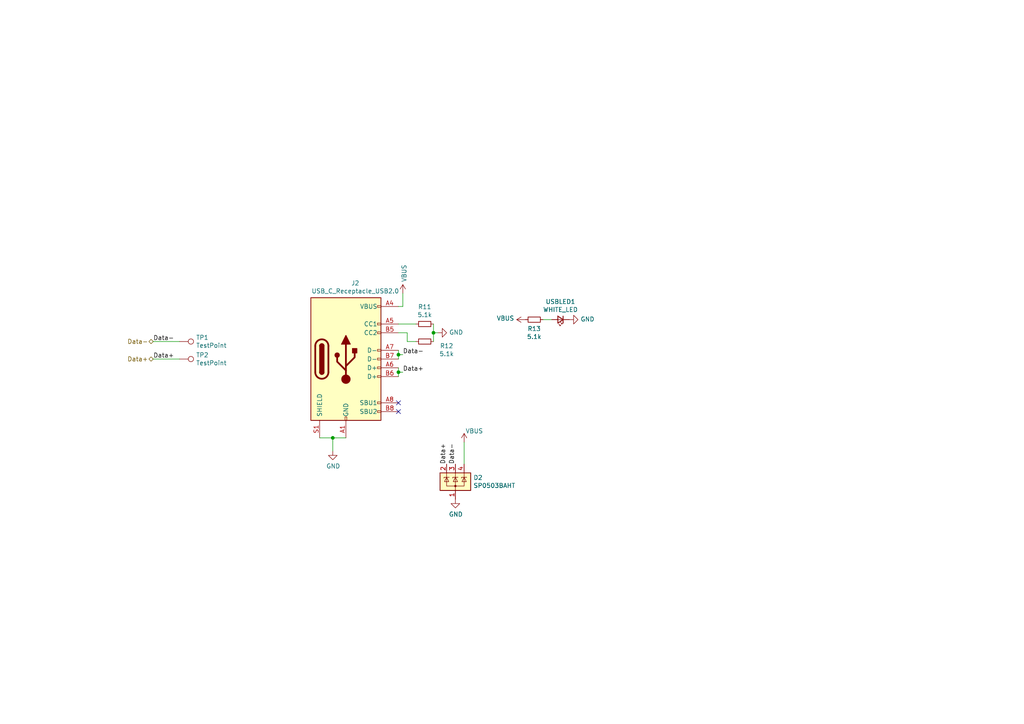
<source format=kicad_sch>
(kicad_sch (version 20231120) (generator "eeschema") (generator_version "8.0")
  (paper "A4")
  (lib_symbols
    (symbol "Connector:TestPoint" (pin_numbers hide) (pin_names (offset 0.762) hide)
      (property "Reference" "TP" (at 0 6.858 0))
      (property "Value" "TestPoint" (at 0 5.08 0))
      (symbol "TestPoint_0_1"
        (circle (center 0 3.302) (radius 0.762))
      )
      (symbol "TestPoint_1_1"
        (pin passive line (at 0 0 90) (length 2.54) (name "1") (number "1"))
      )
    )
    (symbol "Connector:USB_C_Receptacle_USB2.0" (pin_names (offset 1.016))
      (property "Reference" "J" (at -10.16 19.05 0))
      (property "Value" "USB_C_Receptacle_USB2.0" (at 19.05 19.05 0))
      (symbol "USB_C_Receptacle_USB2.0_0_0"
        (rectangle (start -0.254 -17.78) (end 0.254 -16.764))
        (rectangle (start 10.16 -14.986) (end 9.144 -15.494))
        (rectangle (start 10.16 -12.446) (end 9.144 -12.954))
        (rectangle (start 10.16 -4.826) (end 9.144 -5.334))
        (rectangle (start 10.16 -2.286) (end 9.144 -2.794))
        (rectangle (start 10.16 0.254) (end 9.144 -0.254))
        (rectangle (start 10.16 2.794) (end 9.144 2.286))
        (rectangle (start 10.16 7.874) (end 9.144 7.366))
        (rectangle (start 10.16 10.414) (end 9.144 9.906))
        (rectangle (start 10.16 15.494) (end 9.144 14.986))
      )
      (symbol "USB_C_Receptacle_USB2.0_0_1"
        (rectangle (start -10.16 17.78) (end 10.16 -17.78) (stroke (width 0.254)) (fill (type background)))
        (arc (start -8.89 -3.81) (mid -6.985 -5.7067) (end -5.08 -3.81) (stroke (width 0.508)))
        (arc (start -7.62 -3.81) (mid -6.985 -4.4423) (end -6.35 -3.81) (stroke (width 0.254)))
        (arc (start -7.62 -3.81) (mid -6.985 -4.4423) (end -6.35 -3.81) (stroke (width 0.254)) (fill (type outline)))
        (rectangle (start -7.62 -3.81) (end -6.35 3.81) (stroke (width 0.254)) (fill (type outline)))
        (arc (start -6.35 3.81) (mid -6.985 4.4423) (end -7.62 3.81) (stroke (width 0.254)))
        (arc (start -6.35 3.81) (mid -6.985 4.4423) (end -7.62 3.81) (stroke (width 0.254)) (fill (type outline)))
        (arc (start -5.08 3.81) (mid -6.985 5.7067) (end -8.89 3.81) (stroke (width 0.508)))
        (circle (center -2.54 1.143) (radius 0.635) (stroke (width 0.254)) (fill (type outline)))
        (circle (center 0 -5.842) (radius 1.27) (fill (type outline)))
        (polyline (pts (xy -8.89 -3.81) (xy -8.89 3.81)) (stroke (width 0.508)))
        (polyline (pts (xy -5.08 3.81) (xy -5.08 -3.81)) (stroke (width 0.508)))
        (polyline (pts (xy 0 -5.842) (xy 0 4.318)) (stroke (width 0.508)))
        (polyline (pts (xy 0 -3.302) (xy -2.54 -0.762) (xy -2.54 0.508)) (stroke (width 0.508)))
        (polyline (pts (xy 0 -2.032) (xy 2.54 0.508) (xy 2.54 1.778)) (stroke (width 0.508)))
        (polyline (pts (xy -1.27 4.318) (xy 0 6.858) (xy 1.27 4.318) (xy -1.27 4.318)) (stroke (width 0.254)) (fill (type outline)))
        (rectangle (start 1.905 1.778) (end 3.175 3.048) (stroke (width 0.254)) (fill (type outline)))
      )
      (symbol "USB_C_Receptacle_USB2.0_1_1"
        (pin passive line (at 0 -22.86 90) (length 5.08) (name "GND") (number "A1"))
        (pin passive line (at 0 -22.86 90) (length 5.08) hide (name "GND") (number "A12"))
        (pin passive line (at 15.24 15.24 180) (length 5.08) (name "VBUS") (number "A4"))
        (pin bidirectional line (at 15.24 10.16 180) (length 5.08) (name "CC1") (number "A5"))
        (pin bidirectional line (at 15.24 -2.54 180) (length 5.08) (name "D+") (number "A6"))
        (pin bidirectional line (at 15.24 2.54 180) (length 5.08) (name "D-") (number "A7"))
        (pin bidirectional line (at 15.24 -12.7 180) (length 5.08) (name "SBU1") (number "A8"))
        (pin passive line (at 15.24 15.24 180) (length 5.08) hide (name "VBUS") (number "A9"))
        (pin passive line (at 0 -22.86 90) (length 5.08) hide (name "GND") (number "B1"))
        (pin passive line (at 0 -22.86 90) (length 5.08) hide (name "GND") (number "B12"))
        (pin passive line (at 15.24 15.24 180) (length 5.08) hide (name "VBUS") (number "B4"))
        (pin bidirectional line (at 15.24 7.62 180) (length 5.08) (name "CC2") (number "B5"))
        (pin bidirectional line (at 15.24 -5.08 180) (length 5.08) (name "D+") (number "B6"))
        (pin bidirectional line (at 15.24 0 180) (length 5.08) (name "D-") (number "B7"))
        (pin bidirectional line (at 15.24 -15.24 180) (length 5.08) (name "SBU2") (number "B8"))
        (pin passive line (at 15.24 15.24 180) (length 5.08) hide (name "VBUS") (number "B9"))
        (pin passive line (at -7.62 -22.86 90) (length 5.08) (name "SHIELD") (number "S1"))
      )
    )
    (symbol "Device:LED_Small" (pin_numbers hide) (pin_names (offset 0.254) hide)
      (property "Reference" "D" (at -1.27 3.175 0))
      (property "Value" "LED_Small" (at -4.445 -2.54 0))
      (symbol "LED_Small_0_1"
        (polyline (pts (xy -0.762 -1.016) (xy -0.762 1.016)) (stroke (width 0.254)))
        (polyline (pts (xy 1.016 0) (xy -0.762 0)))
        (polyline (pts (xy 0.762 -1.016) (xy -0.762 0) (xy 0.762 1.016) (xy 0.762 -1.016)) (stroke (width 0.254)))
        (polyline (pts (xy 0 0.762) (xy -0.508 1.27) (xy -0.254 1.27) (xy -0.508 1.27) (xy -0.508 1.016)))
        (polyline (pts (xy 0.508 1.27) (xy 0 1.778) (xy 0.254 1.778) (xy 0 1.778) (xy 0 1.524)))
      )
      (symbol "LED_Small_1_1"
        (pin passive line (at -2.54 0 0) (length 1.778) (name "K") (number "1"))
        (pin passive line (at 2.54 0 180) (length 1.778) (name "A") (number "2"))
      )
    )
    (symbol "Device:R_Small" (pin_numbers hide) (pin_names (offset 0.254) hide)
      (property "Reference" "R" (at 0.762 0.508 0))
      (property "Value" "R_Small" (at 0.762 -1.016 0))
      (symbol "R_Small_0_1"
        (rectangle (start -0.762 1.778) (end 0.762 -1.778) (stroke (width 0.2032)))
      )
      (symbol "R_Small_1_1"
        (pin passive line (at 0 2.54 270) (length 0.762) (name "~") (number "1"))
        (pin passive line (at 0 -2.54 90) (length 0.762) (name "~") (number "2"))
      )
    )
    (symbol "Power_Protection:SP0503BAHT" (pin_names hide)
      (property "Reference" "D" (at 5.715 2.54 0))
      (property "Value" "SP0503BAHT" (at 5.715 0.635 0))
      (symbol "SP0503BAHT_0_0"
        (pin passive line (at 0 -5.08 90) (length 2.54) (name "A") (number "1"))
      )
      (symbol "SP0503BAHT_0_1"
        (rectangle (start -4.445 2.54) (end 4.445 -2.54) (stroke (width 0.254)) (fill (type background)))
        (circle (center 0 -1.27) (radius 0.254) (fill (type outline)))
        (polyline (pts (xy -2.54 2.54) (xy -2.54 1.27)))
        (polyline (pts (xy 0 -1.27) (xy 0 -2.54)))
        (polyline (pts (xy 0 -1.27) (xy 0 1.27)))
        (polyline (pts (xy 0 2.54) (xy 0 1.27)))
        (polyline (pts (xy 0.635 1.27) (xy 0.762 1.27)))
        (polyline (pts (xy 2.54 2.54) (xy 2.54 1.27)))
        (polyline (pts (xy 0.635 1.27) (xy -0.762 1.27) (xy -0.762 1.016)))
        (polyline (pts (xy -3.302 1.016) (xy -3.302 1.27) (xy -1.905 1.27) (xy -1.778 1.27)))
        (polyline (pts (xy -2.54 1.27) (xy -2.54 -1.27) (xy 2.54 -1.27) (xy 2.54 1.27)))
        (polyline (pts (xy -2.54 1.27) (xy -1.905 0) (xy -3.175 0) (xy -2.54 1.27)))
        (polyline (pts (xy 0.635 0) (xy -0.635 0) (xy 0 1.27) (xy 0.635 0)))
        (polyline (pts (xy 1.778 1.016) (xy 1.778 1.27) (xy 3.175 1.27) (xy 3.302 1.27)))
        (polyline (pts (xy 2.54 1.27) (xy 1.905 0) (xy 3.175 0) (xy 2.54 1.27)))
      )
      (symbol "SP0503BAHT_1_1"
        (pin passive line (at -2.54 5.08 270) (length 2.54) (name "K") (number "2"))
        (pin passive line (at 0 5.08 270) (length 2.54) (name "K") (number "3"))
        (pin passive line (at 2.54 5.08 270) (length 2.54) (name "K") (number "4"))
      )
    )
    (symbol "power:GND" (power) (pin_names (offset 0))
      (property "Value" "GND" (at 0 -3.81 0))
      (symbol "GND_0_1"
        (polyline (pts (xy 0 0) (xy 0 -1.27) (xy 1.27 -1.27) (xy 0 -2.54) (xy -1.27 -1.27) (xy 0 -1.27)))
      )
      (symbol "GND_1_1"
        (pin power_in line (at 0 0 270) (length 0) hide (name "GND") (number "1"))
      )
    )
    (symbol "power:VBUS" (power) (pin_names (offset 0))
      (property "Value" "VBUS" (at 0 3.81 0))
      (symbol "VBUS_0_1"
        (polyline (pts (xy -0.762 1.27) (xy 0 2.54)))
        (polyline (pts (xy 0 0) (xy 0 2.54)))
        (polyline (pts (xy 0 2.54) (xy 0.762 1.27)))
      )
      (symbol "VBUS_1_1"
        (pin power_in line (at 0 0 90) (length 0) hide (name "VBUS") (number "1"))
      )
    )
  )
  (junction (at 115.57 107.95))
  (junction (at 125.73 96.52))
  (junction (at 96.52 127))
  (junction (at 115.57 102.87))
  (no_connect (at 115.57 119.38))
  (no_connect (at 115.57 116.84))
  (wire (pts (xy 115.57 96.52) (xy 118.11 96.52)))
  (wire (pts (xy 44.45 104.14) (xy 52.07 104.14)))
  (wire (pts (xy 96.52 127) (xy 96.52 130.81)))
  (wire (pts (xy 115.57 107.95) (xy 115.57 109.22)))
  (wire (pts (xy 118.11 96.52) (xy 118.11 99.06)))
  (wire (pts (xy 160.02 92.71) (xy 157.48 92.71)))
  (wire (pts (xy 115.57 102.87) (xy 115.57 101.6)))
  (wire (pts (xy 115.57 102.87) (xy 116.84 102.87)))
  (wire (pts (xy 116.84 85.09) (xy 116.84 88.9)))
  (wire (pts (xy 125.73 93.98) (xy 125.73 96.52)))
  (wire (pts (xy 92.71 127) (xy 96.52 127)))
  (wire (pts (xy 115.57 93.98) (xy 120.65 93.98)))
  (wire (pts (xy 134.62 128.27) (xy 134.62 134.62)))
  (wire (pts (xy 125.73 99.06) (xy 125.73 96.52)))
  (wire (pts (xy 96.52 127) (xy 100.33 127)))
  (wire (pts (xy 125.73 96.52) (xy 127 96.52)))
  (wire (pts (xy 115.57 106.68) (xy 115.57 107.95)))
  (wire (pts (xy 115.57 104.14) (xy 115.57 102.87)))
  (wire (pts (xy 115.57 107.95) (xy 116.84 107.95)))
  (wire (pts (xy 116.84 88.9) (xy 115.57 88.9)))
  (wire (pts (xy 118.11 99.06) (xy 120.65 99.06)))
  (wire (pts (xy 44.45 99.06) (xy 52.07 99.06)))
  (label "Data+" (at 129.54 134.62 90))
  (label "Data+" (at 44.45 104.14 0))
  (label "Data-" (at 44.45 99.06 0))
  (label "Data-" (at 132.08 134.62 90))
  (label "Data-" (at 116.84 102.87 0))
  (label "Data+" (at 116.84 107.95 0))
  (hierarchical_label "Data-" (shape bidirectional) (at 44.45 99.06 180))
  (hierarchical_label "Data+" (shape bidirectional) (at 44.45 104.14 180))
  (symbol (lib_id "power:GND") (at 127 96.52 90) (unit 1)
    (property "Reference" "#PWR031" (effects (hide yes)))
    (property "Value" "GND" (at 130.2512 96.393 90) (effects (justify right)))
  )
  (symbol (lib_id "Device:R_Small") (at 123.19 99.06 270) (unit 1)
    (property "Reference" "R12" (at 129.54 100.33 90))
    (property "Value" "5.1k" (at 129.54 102.6414 90))
    (property "Footprint" "Resistor_SMD:R_0402_1005Metric" (effects (hide yes)))
  )
  (symbol (lib_id "Device:R_Small") (at 123.19 93.98 90) (unit 1)
    (property "Reference" "R11" (at 123.19 89.0016 90))
    (property "Value" "5.1k" (at 123.19 91.313 90))
    (property "Footprint" "Resistor_SMD:R_0402_1005Metric" (effects (hide yes)))
  )
  (symbol (lib_id "power:GND") (at 96.52 130.81 0) (unit 1)
    (property "Reference" "#PWR029" (effects (hide yes)))
    (property "Value" "GND" (at 96.647 135.2042 0))
  )
  (symbol (lib_id "Connector:USB_C_Receptacle_USB2.0") (at 100.33 104.14 0) (unit 1)
    (property "Reference" "J2" (at 103.0478 82.1182 0))
    (property "Value" "USB_C_Receptacle_USB2.0" (at 103.0478 84.4296 0))
    (property "Footprint" "Connector_USB:USB_C_Receptacle_Palconn_UTC16-G" (effects (hide yes)))
    (property "Datasheet" "https://www.usb.org/sites/default/files/documents/usb_type-c.zip" (effects (hide yes)))
  )
  (symbol (lib_id "power:GND") (at 132.08 144.78 0) (unit 1)
    (property "Reference" "#PWR032" (effects (hide yes)))
    (property "Value" "GND" (at 132.207 149.1742 0))
  )
  (symbol (lib_id "Power_Protection:SP0503BAHT") (at 132.08 139.7 0) (unit 1)
    (property "Reference" "D2" (at 137.287 138.5316 0) (effects (justify left)))
    (property "Value" "SP0503BAHT" (at 137.287 140.843 0) (effects (justify left)))
    (property "Footprint" "Package_TO_SOT_SMD:SOT-143" (effects (hide yes)))
    (property "Datasheet" "http://www.littelfuse.com/~/media/files/littelfuse/technical%20resources/documents/data%20sheets/sp05xxba.pdf" (effects (hide yes)))
  )
  (symbol (lib_id "power:VBUS") (at 116.84 85.09 0) (unit 1)
    (property "Reference" "#PWR030" (effects (hide yes)))
    (property "Value" "VBUS" (at 117.221 81.8388 90) (effects (justify left)))
  )
  (symbol (lib_id "Connector:TestPoint") (at 52.07 99.06 270) (unit 1)
    (property "Reference" "TP1" (at 56.8452 97.8916 90) (effects (justify left)))
    (property "Value" "TestPoint" (at 56.8452 100.203 90) (effects (justify left)))
    (property "Footprint" "TestPoint:TestPoint_Pad_D1.0mm" (effects (hide yes)))
  )
  (symbol (lib_id "Connector:TestPoint") (at 52.07 104.14 270) (unit 1)
    (property "Reference" "TP2" (at 56.8452 102.9716 90) (effects (justify left)))
    (property "Value" "TestPoint" (at 56.8452 105.283 90) (effects (justify left)))
    (property "Footprint" "TestPoint:TestPoint_Pad_D1.0mm" (effects (hide yes)))
  )
  (symbol (lib_id "Device:LED_Small") (at 162.56 92.71 180) (unit 1)
    (property "Reference" "USBLED1" (at 162.56 87.503 0))
    (property "Value" "WHITE_LED" (at 162.56 89.8144 0))
    (property "Footprint" "Resistor_SMD:R_0402_1005Metric" (effects (hide yes)))
  )
  (symbol (lib_id "Device:R_Small") (at 154.94 92.71 90) (unit 1)
    (property "Reference" "R13" (at 154.94 95.3516 90))
    (property "Value" "5.1k" (at 154.94 97.663 90))
    (property "Footprint" "Resistor_SMD:R_0402_1005Metric" (effects (hide yes)))
  )
  (symbol (lib_id "power:GND") (at 165.1 92.71 90) (unit 1)
    (property "Reference" "#PWR034" (effects (hide yes)))
    (property "Value" "GND" (at 168.3512 92.583 90) (effects (justify right)))
  )
  (symbol (lib_id "power:VBUS") (at 152.4 92.71 90) (unit 1)
    (property "Reference" "#PWR033" (effects (hide yes)))
    (property "Value" "VBUS" (at 149.1488 92.329 90) (effects (justify left)))
  )
  (symbol (lib_id "power:VBUS") (at 134.62 128.27 0) (unit 1)
    (property "Reference" "#PWR09" (effects (hide yes)))
    (property "Value" "VBUS" (at 135.001 125.0188 0) (effects (justify left)))
  )
)
</source>
